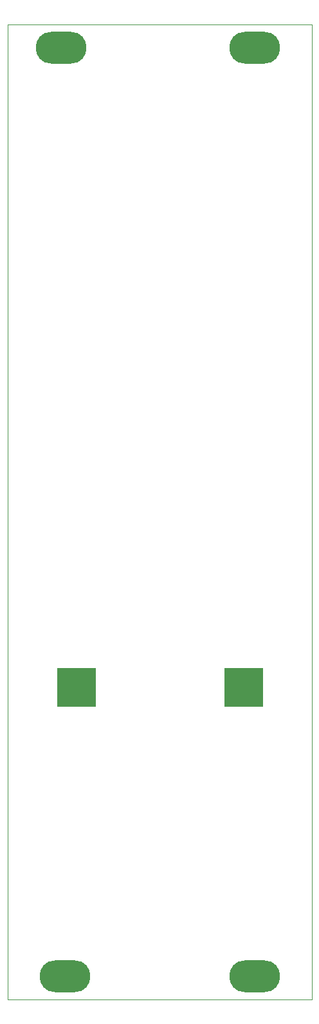
<source format=gts>
G04 #@! TF.GenerationSoftware,KiCad,Pcbnew,(6.0.0)*
G04 #@! TF.CreationDate,2022-07-07T20:03:20+01:00*
G04 #@! TF.ProjectId,Snare+Hihat,536e6172-652b-4486-9968-61742e6b6963,rev?*
G04 #@! TF.SameCoordinates,Original*
G04 #@! TF.FileFunction,Soldermask,Top*
G04 #@! TF.FilePolarity,Negative*
%FSLAX46Y46*%
G04 Gerber Fmt 4.6, Leading zero omitted, Abs format (unit mm)*
G04 Created by KiCad (PCBNEW (6.0.0)) date 2022-07-07 20:03:20*
%MOMM*%
%LPD*%
G01*
G04 APERTURE LIST*
G04 #@! TA.AperFunction,Profile*
%ADD10C,0.050000*%
G04 #@! TD*
%ADD11C,0.100000*%
%ADD12O,6.700000X4.200000*%
G04 APERTURE END LIST*
D10*
X84500000Y-26000000D02*
X84499999Y-149500001D01*
X84500000Y-26000000D02*
X124500000Y-26000000D01*
X124500000Y-154000000D02*
X84500000Y-154000000D01*
X84500000Y-154000000D02*
X84499999Y-149500001D01*
X124500000Y-26000000D02*
X124500000Y-154000000D01*
D11*
X91000000Y-110500000D02*
X96000000Y-110500000D01*
X96000000Y-110500000D02*
X96000000Y-115500000D01*
X96000000Y-115500000D02*
X91000000Y-115500000D01*
X91000000Y-115500000D02*
X91000000Y-110500000D01*
G36*
X96000000Y-115500000D02*
G01*
X91000000Y-115500000D01*
X91000000Y-110500000D01*
X96000000Y-110500000D01*
X96000000Y-115500000D01*
G37*
X96000000Y-115500000D02*
X91000000Y-115500000D01*
X91000000Y-110500000D01*
X96000000Y-110500000D01*
X96000000Y-115500000D01*
X113000000Y-110500000D02*
X118000000Y-110500000D01*
X118000000Y-110500000D02*
X118000000Y-115500000D01*
X118000000Y-115500000D02*
X113000000Y-115500000D01*
X113000000Y-115500000D02*
X113000000Y-110500000D01*
G36*
X118000000Y-115500000D02*
G01*
X113000000Y-115500000D01*
X113000000Y-110500000D01*
X118000000Y-110500000D01*
X118000000Y-115500000D01*
G37*
X118000000Y-115500000D02*
X113000000Y-115500000D01*
X113000000Y-110500000D01*
X118000000Y-110500000D01*
X118000000Y-115500000D01*
D12*
X117000000Y-151000000D03*
X92000000Y-151000000D03*
X91500000Y-29000000D03*
X117000000Y-29000000D03*
M02*

</source>
